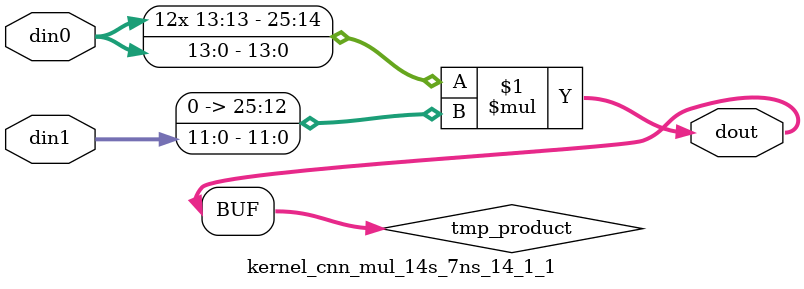
<source format=v>

`timescale 1 ns / 1 ps

  module kernel_cnn_mul_14s_7ns_14_1_1(din0, din1, dout);
parameter ID = 1;
parameter NUM_STAGE = 0;
parameter din0_WIDTH = 14;
parameter din1_WIDTH = 12;
parameter dout_WIDTH = 26;

input [din0_WIDTH - 1 : 0] din0; 
input [din1_WIDTH - 1 : 0] din1; 
output [dout_WIDTH - 1 : 0] dout;

wire signed [dout_WIDTH - 1 : 0] tmp_product;












assign tmp_product = $signed(din0) * $signed({1'b0, din1});









assign dout = tmp_product;







endmodule

</source>
